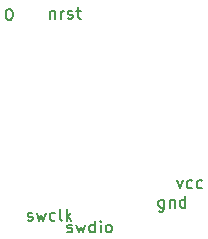
<source format=gto>
G04 #@! TF.FileFunction,Legend,Top*
%FSLAX46Y46*%
G04 Gerber Fmt 4.6, Leading zero omitted, Abs format (unit mm)*
G04 Created by KiCad (PCBNEW 4.0.5+dfsg1-4) date Tue Feb 14 02:51:41 2017*
%MOMM*%
%LPD*%
G01*
G04 APERTURE LIST*
%ADD10C,0.100000*%
%ADD11C,0.150000*%
G04 APERTURE END LIST*
D10*
D11*
X-7947619Y10097619D02*
X-7852380Y10097619D01*
X-7757142Y10050000D01*
X-7709523Y10002381D01*
X-7661904Y9907143D01*
X-7614285Y9716667D01*
X-7614285Y9478571D01*
X-7661904Y9288095D01*
X-7709523Y9192857D01*
X-7757142Y9145238D01*
X-7852380Y9097619D01*
X-7947619Y9097619D01*
X-8042857Y9145238D01*
X-8090476Y9192857D01*
X-8138095Y9288095D01*
X-8185714Y9478571D01*
X-8185714Y9716667D01*
X-8138095Y9907143D01*
X-8090476Y10002381D01*
X-8042857Y10050000D01*
X-7947619Y10097619D01*
X-4414286Y9914286D02*
X-4414286Y9247619D01*
X-4414286Y9819048D02*
X-4366667Y9866667D01*
X-4271429Y9914286D01*
X-4128571Y9914286D01*
X-4033333Y9866667D01*
X-3985714Y9771429D01*
X-3985714Y9247619D01*
X-3509524Y9247619D02*
X-3509524Y9914286D01*
X-3509524Y9723810D02*
X-3461905Y9819048D01*
X-3414286Y9866667D01*
X-3319048Y9914286D01*
X-3223809Y9914286D01*
X-2938095Y9295238D02*
X-2842857Y9247619D01*
X-2652381Y9247619D01*
X-2557142Y9295238D01*
X-2509523Y9390476D01*
X-2509523Y9438095D01*
X-2557142Y9533333D01*
X-2652381Y9580952D01*
X-2795238Y9580952D01*
X-2890476Y9628571D01*
X-2938095Y9723810D01*
X-2938095Y9771429D01*
X-2890476Y9866667D01*
X-2795238Y9914286D01*
X-2652381Y9914286D01*
X-2557142Y9866667D01*
X-2223809Y9914286D02*
X-1842857Y9914286D01*
X-2080952Y10247619D02*
X-2080952Y9390476D01*
X-2033333Y9295238D01*
X-1938095Y9247619D01*
X-1842857Y9247619D01*
X-2980952Y-8804762D02*
X-2885714Y-8852381D01*
X-2695238Y-8852381D01*
X-2599999Y-8804762D01*
X-2552380Y-8709524D01*
X-2552380Y-8661905D01*
X-2599999Y-8566667D01*
X-2695238Y-8519048D01*
X-2838095Y-8519048D01*
X-2933333Y-8471429D01*
X-2980952Y-8376190D01*
X-2980952Y-8328571D01*
X-2933333Y-8233333D01*
X-2838095Y-8185714D01*
X-2695238Y-8185714D01*
X-2599999Y-8233333D01*
X-2219047Y-8185714D02*
X-2028571Y-8852381D01*
X-1838094Y-8376190D01*
X-1647618Y-8852381D01*
X-1457142Y-8185714D01*
X-647618Y-8852381D02*
X-647618Y-7852381D01*
X-647618Y-8804762D02*
X-742856Y-8852381D01*
X-933333Y-8852381D01*
X-1028571Y-8804762D01*
X-1076190Y-8757143D01*
X-1123809Y-8661905D01*
X-1123809Y-8376190D01*
X-1076190Y-8280952D01*
X-1028571Y-8233333D01*
X-933333Y-8185714D01*
X-742856Y-8185714D01*
X-647618Y-8233333D01*
X-171428Y-8852381D02*
X-171428Y-8185714D01*
X-171428Y-7852381D02*
X-219047Y-7900000D01*
X-171428Y-7947619D01*
X-123809Y-7900000D01*
X-171428Y-7852381D01*
X-171428Y-7947619D01*
X447619Y-8852381D02*
X352381Y-8804762D01*
X304762Y-8757143D01*
X257143Y-8661905D01*
X257143Y-8376190D01*
X304762Y-8280952D01*
X352381Y-8233333D01*
X447619Y-8185714D01*
X590477Y-8185714D01*
X685715Y-8233333D01*
X733334Y-8280952D01*
X780953Y-8376190D01*
X780953Y-8661905D01*
X733334Y-8757143D01*
X685715Y-8804762D01*
X590477Y-8852381D01*
X447619Y-8852381D01*
X5209524Y-6085714D02*
X5209524Y-6895238D01*
X5161905Y-6990476D01*
X5114286Y-7038095D01*
X5019047Y-7085714D01*
X4876190Y-7085714D01*
X4780952Y-7038095D01*
X5209524Y-6704762D02*
X5114286Y-6752381D01*
X4923809Y-6752381D01*
X4828571Y-6704762D01*
X4780952Y-6657143D01*
X4733333Y-6561905D01*
X4733333Y-6276190D01*
X4780952Y-6180952D01*
X4828571Y-6133333D01*
X4923809Y-6085714D01*
X5114286Y-6085714D01*
X5209524Y-6133333D01*
X5685714Y-6085714D02*
X5685714Y-6752381D01*
X5685714Y-6180952D02*
X5733333Y-6133333D01*
X5828571Y-6085714D01*
X5971429Y-6085714D01*
X6066667Y-6133333D01*
X6114286Y-6228571D01*
X6114286Y-6752381D01*
X7019048Y-6752381D02*
X7019048Y-5752381D01*
X7019048Y-6704762D02*
X6923810Y-6752381D01*
X6733333Y-6752381D01*
X6638095Y-6704762D01*
X6590476Y-6657143D01*
X6542857Y-6561905D01*
X6542857Y-6276190D01*
X6590476Y-6180952D01*
X6638095Y-6133333D01*
X6733333Y-6085714D01*
X6923810Y-6085714D01*
X7019048Y-6133333D01*
X-6333334Y-7804762D02*
X-6238096Y-7852381D01*
X-6047620Y-7852381D01*
X-5952381Y-7804762D01*
X-5904762Y-7709524D01*
X-5904762Y-7661905D01*
X-5952381Y-7566667D01*
X-6047620Y-7519048D01*
X-6190477Y-7519048D01*
X-6285715Y-7471429D01*
X-6333334Y-7376190D01*
X-6333334Y-7328571D01*
X-6285715Y-7233333D01*
X-6190477Y-7185714D01*
X-6047620Y-7185714D01*
X-5952381Y-7233333D01*
X-5571429Y-7185714D02*
X-5380953Y-7852381D01*
X-5190476Y-7376190D01*
X-5000000Y-7852381D01*
X-4809524Y-7185714D01*
X-4000000Y-7804762D02*
X-4095238Y-7852381D01*
X-4285715Y-7852381D01*
X-4380953Y-7804762D01*
X-4428572Y-7757143D01*
X-4476191Y-7661905D01*
X-4476191Y-7376190D01*
X-4428572Y-7280952D01*
X-4380953Y-7233333D01*
X-4285715Y-7185714D01*
X-4095238Y-7185714D01*
X-4000000Y-7233333D01*
X-3428572Y-7852381D02*
X-3523810Y-7804762D01*
X-3571429Y-7709524D01*
X-3571429Y-6852381D01*
X-3047619Y-7852381D02*
X-3047619Y-6852381D01*
X-2952381Y-7471429D02*
X-2666666Y-7852381D01*
X-2666666Y-7185714D02*
X-3047619Y-7566667D01*
X6304762Y-4435714D02*
X6542857Y-5102381D01*
X6780953Y-4435714D01*
X7590477Y-5054762D02*
X7495239Y-5102381D01*
X7304762Y-5102381D01*
X7209524Y-5054762D01*
X7161905Y-5007143D01*
X7114286Y-4911905D01*
X7114286Y-4626190D01*
X7161905Y-4530952D01*
X7209524Y-4483333D01*
X7304762Y-4435714D01*
X7495239Y-4435714D01*
X7590477Y-4483333D01*
X8447620Y-5054762D02*
X8352382Y-5102381D01*
X8161905Y-5102381D01*
X8066667Y-5054762D01*
X8019048Y-5007143D01*
X7971429Y-4911905D01*
X7971429Y-4626190D01*
X8019048Y-4530952D01*
X8066667Y-4483333D01*
X8161905Y-4435714D01*
X8352382Y-4435714D01*
X8447620Y-4483333D01*
M02*

</source>
